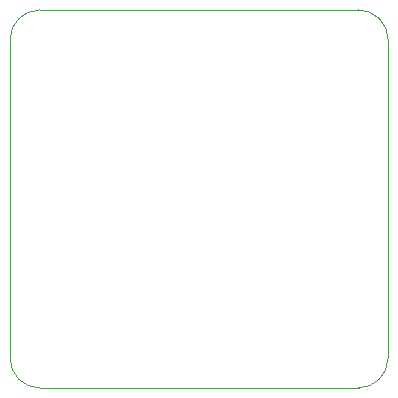
<source format=gko>
G04*
G04 #@! TF.GenerationSoftware,Altium Limited,Altium Designer,23.8.1 (32)*
G04*
G04 Layer_Color=16711935*
%FSLAX43Y43*%
%MOMM*%
G71*
G04*
G04 #@! TF.SameCoordinates,8A790615-D0E5-43D8-8956-367088579B57*
G04*
G04*
G04 #@! TF.FilePolarity,Positive*
G04*
G01*
G75*
%ADD13C,0.100*%
D13*
X29506Y6D02*
G03*
X32006Y2506I0J2500D01*
G01*
Y29506D02*
G03*
X29506Y32006I-2500J0D01*
G01*
X2506D02*
G03*
X6Y29506I0J-2500D01*
G01*
Y2506D02*
G03*
X2506Y6I2500J0D01*
G01*
X32006Y2506D02*
Y29506D01*
X2506Y6D02*
X29506D01*
X2506Y32006D02*
X29506D01*
X6Y2506D02*
Y29506D01*
M02*

</source>
